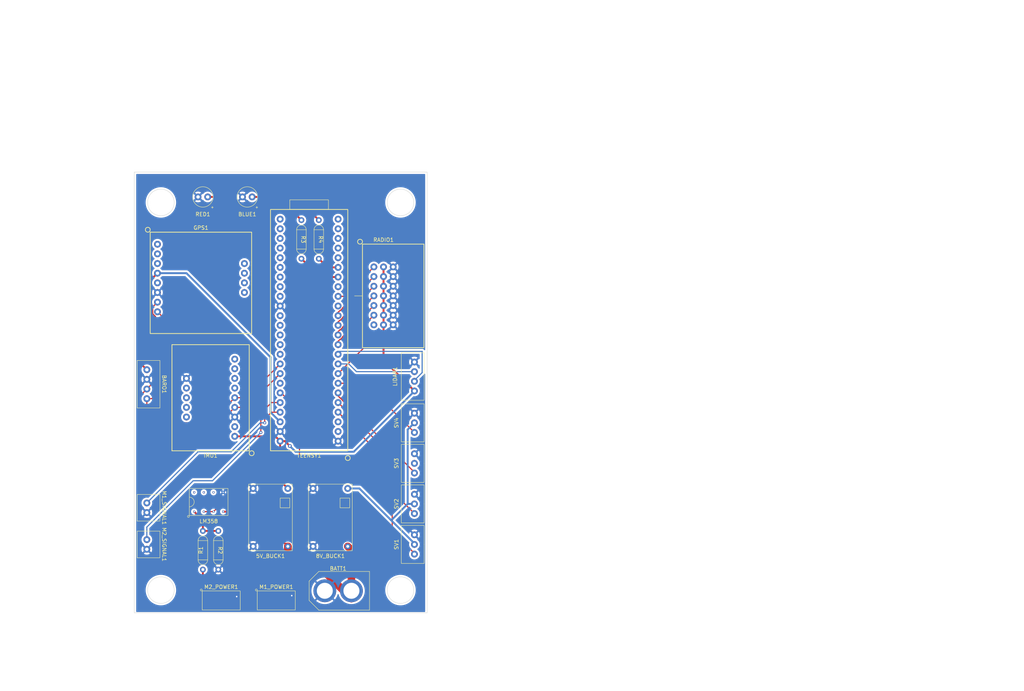
<source format=kicad_pcb>
(kicad_pcb (version 20211014) (generator pcbnew)
  (layers (0 "F.Cu" signal) (31 "B.Cu" power) (34 "B.Paste" user) (35 "F.Paste" user) (36 "B.SilkS" user "B.Silkscreen") (37 "F.SilkS" user "F.Silkscreen") (38 "B.Mask" user) (39 "F.Mask" user) (44 "Edge.Cuts" user))
  (net 0 "")
  (net 1 "/SV1_PWM")
  (net 2 "/SV2_PWM")
  (net 3 "/SV3_PWM")
  (net 4 "/SV4_PWM")
  (net 5 "/CH1")
  (net 6 "/RX2")
  (net 7 "/TX2")
  (net 8 "/CH2")
  (net 9 "/CH3")
  (net 10 "/CH4")
  (net 11 "/CH5")
  (net 12 "/SDA")
  (net 13 "/SCL")
  (net 14 "/RED_LED")
  (net 15 "/BLUE_LED")
  (net 16 "/CH6")
  (net 17 "/BATT_LEVEL")
  (net 18 "GND")
  (net 19 "+5V")
  (net 20 "+3.3V")
  (net 21 "/BATT+")
  (net 22 "+8V")
  (net 23 "Net-(LM358-Pad1)")
  (net 24 "/M1_Signal")
  (net 25 "/M2_Signal")
  (net 26 "Net-(R3-Pad1)")
  (net 27 "Net-(BLUE1-Pad1)")
  (footprint "UserKiCadFootprints:MINI_360" (layer "F.Cu") (at 99.568 150.876 90)
    (fp_text reference "8V_BUCK1" (at -10.16 0 unlocked) (layer "F.SilkS"))
    (fp_text value "MINI-360")
    (fp_rect (start 2.54 2.54) (end 5.08 5.08) (layer "F.SilkS") (width 0.12) (fill none))
    (fp_rect (start 8.75 5.75) (end -8.75 -5.75) (layer "F.SilkS") (width 0.12) (fill none))
    (pad "1" thru_hole circle (at -7.62 4.56 90) (size 1.524 1.524) (drill 0.762) (layers *.Cu *.Mask) (net 21 "/BATT+"))
    (pad "2" thru_hole circle (at -7.62 -4.56 90) (size 1.8 1.8) (drill 0.9) (layers *.Cu *.Mask) (net 18 "GND"))
    (pad "3" thru_hole circle (at 7.62 -4.56 90) (size 1.8 1.8) (drill 0.9) (layers *.Cu *.Mask) (net 18 "GND"))
    (pad "4" thru_hole circle (at 7.62 4.56 90) (size 1.8 1.8) (drill 0.9) (layers *.Cu *.Mask) (net 22 "+8V"))
  )
  (footprint "UserKiCadFootprints:XT60_MOUNT" (layer "F.Cu") (at 101.6 170.18 180)
    (fp_text reference "BATT1" (at 0 5.842 unlocked) (layer "F.SilkS"))
    (fp_text value "LIPO")
    (fp_line (start -8.255 -5.08) (end -8.255 5.08) (layer "F.SilkS") (width 0.12))
    (fp_line (start 5.08 -5.08) (end -8.255 -5.08) (layer "F.SilkS") (width 0.12))
    (fp_line (start 7.62 2.54) (end 5.08 5.08) (layer "F.SilkS") (width 0.12))
    (fp_line (start 7.62 -2.54) (end 5.08 -5.08) (layer "F.SilkS") (width 0.12))
    (fp_line (start -8.255 5.08) (end 5.08 5.08) (layer "F.SilkS") (width 0.12))
    (fp_line (start 7.62 2.54) (end 7.62 -2.54) (layer "F.SilkS") (width 0.12))
    (pad "1" thru_hole circle (at -3.5 0 180) (size 6 6) (drill 4.2) (layers *.Cu *.Mask) (net 21 "/BATT+"))
    (pad "2" thru_hole circle (at 3.5 0 180) (size 6 6) (drill 4.2) (layers *.Cu *.Mask) (net 18 "GND"))
  )
  (footprint "UserKiCadFootprints:pinhole_resistor" (layer "F.Cu") (at 70.104 159.512 -90)
    (fp_text reference "R2" (at 0 -0.5 -90 unlocked) (layer "F.SilkS"))
    (fp_text value "2k")
    (fp_line (start -2.54 1.25) (end 2.54 1.25) (layer "F.SilkS") (width 0.12))
    (fp_line (start 2.54 -1.25) (end 2.54 1.25) (layer "F.SilkS") (width 0.12))
    (fp_line (start -2.54 -1.25) (end 2.54 -1.25) (layer "F.SilkS") (width 0.12))
    (fp_line (start -2.54 -1.25) (end -2.54 1.25) (layer "F.SilkS") (width 0.12))
    (fp_arc (start -2.54 1.25) (mid -3.79 0) (end -2.54 -1.25) (layer "F.SilkS") (width 0.12))
    (fp_arc (start 2.54 -1.25) (mid 3.79 0) (end 2.54 1.25) (layer "F.SilkS") (width 0.12))
    (pad "1" thru_hole circle (at -5.08 0 270) (size 1.524 1.524) (drill 0.762) (layers *.Cu *.Mask) (net 23 "Net-(LM358-Pad1)"))
    (pad "2" thru_hole circle (at 5.08 0 270) (size 1.524 1.524) (drill 0.762) (layers *.Cu *.Mask) (net 18 "GND"))
  )
  (footprint "UserKiCadFootprints:pinhole_resistor" (layer "F.Cu") (at 91.948 77.724 -90)
    (fp_text reference "R3" (at 0 -0.5 -90 unlocked) (layer "F.SilkS"))
    (fp_text value "R")
    (fp_line (start -2.54 -1.25) (end 2.54 -1.25) (layer "F.SilkS") (width 0.12))
    (fp_line (start -2.54 1.25) (end 2.54 1.25) (layer "F.SilkS") (width 0.12))
    (fp_line (start -2.54 -1.25) (end -2.54 1.25) (layer "F.SilkS") (width 0.12))
    (fp_line (start 2.54 -1.25) (end 2.54 1.25) (layer "F.SilkS") (width 0.12))
    (fp_arc (start 2.54 -1.25) (mid 3.79 0) (end 2.54 1.25) (layer "F.SilkS") (width 0.12))
    (fp_arc (start -2.54 1.25) (mid -3.79 0) (end -2.54 -1.25) (layer "F.SilkS") (width 0.12))
    (pad "1" thru_hole circle (at -5.08 0 270) (size 1.524 1.524) (drill 0.762) (layers *.Cu *.Mask) (net 26 "Net-(R3-Pad1)"))
    (pad "2" thru_hole circle (at 5.08 0 270) (size 1.524 1.524) (drill 0.762) (layers *.Cu *.Mask) (net 15 "/BLUE_LED"))
  )
  (footprint "UserKiCadFootprints:MINI_360" (layer "F.Cu") (at 83.82 150.876 90)
    (fp_text reference "5V_BUCK1" (at -10.16 0 unlocked) (layer "F.SilkS"))
    (fp_text value "MINI-360")
    (fp_rect (start 2.54 2.54) (end 5.08 5.08) (layer "F.SilkS") (width 0.12) (fill none))
    (fp_rect (start 8.75 5.75) (end -8.75 -5.75) (layer "F.SilkS") (width 0.12) (fill none))
    (pad "1" thru_hole circle (at -7.62 4.56 90) (size 1.524 1.524) (drill 0.762) (layers *.Cu *.Mask) (net 21 "/BATT+"))
    (pad "2" thru_hole circle (at -7.62 -4.56 90) (size 1.8 1.8) (drill 0.9) (layers *.Cu *.Mask) (net 18 "GND"))
    (pad "3" thru_hole circle (at 7.62 -4.56 90) (size 1.8 1.8) (drill 0.9) (layers *.Cu *.Mask) (net 18 "GND"))
    (pad "4" thru_hole circle (at 7.62 4.56 90) (size 1.8 1.8) (drill 0.9) (layers *.Cu *.Mask) (net 19 "+5V"))
  )
  (footprint "UserKiCadFootprints:JST_XH_2pin" (layer "F.Cu") (at 51.308 157.988 -90)
    (fp_text reference "M2_SIGNAL1" (at 0 -4.572 -90 unlocked) (layer "F.SilkS"))
    (fp_text value "XING2/BL_HELI35A_SIGNAL")
    (fp_rect (start 3.5 2.55) (end -3.5 -3.45) (layer "F.SilkS") (width 0.12) (fill none))
    (pad "1" thru_hole circle (at -1.27 0 270) (size 1.8 1.8) (drill 0.9) (layers *.Cu *.Mask) (net 25 "/M2_Signal"))
    (pad "2" thru_hole circle (at 1.27 0 270) (size 1.8 1.8) (drill 0.9) (layers *.Cu *.Mask) (net 18 "GND"))
  )
  (footprint "UserKiCadFootprints:FS-IA6B" (layer "F.Cu") (at 113.539425 92.583 -90)
    (fp_text reference "RADIO1" (at -14.732 0.001425 unlocked) (layer "F.SilkS"))
    (fp_text value "FS-IA6B")
    (fp_line (start 0 5.54355) (end 0 7.62) (layer "F.SilkS") (width 0.12))
    (fp_rect (start 13.62075 5.54355) (end -13.62075 -10.62355) (layer "F.SilkS") (width 0.2032) (fill none))
    (fp_circle (center -14.25575 6.17855) (end -13.62075 6.17855) (layer "F.SilkS") (width 0.2032) (fill none))
    (pad "1" thru_hole circle (at -7.62 2.54 270) (size 1.8 1.8) (drill 0.9) (layers *.Cu *.Mask) (net 5 "/CH1"))
    (pad "2" thru_hole circle (at -5.08 2.54 270) (size 1.8 1.8) (drill 0.9) (layers *.Cu *.Mask) (net 8 "/CH2"))
    (pad "3" thru_hole circle (at -2.54 2.54 270) (size 1.8 1.8) (drill 0.9) (layers *.Cu *.Mask) (net 9 "/CH3"))
    (pad "4" thru_hole circle (at 0 2.54 270) (size 1.8 1.8) (drill 0.9) (layers *.Cu *.Mask) (net 10 "/CH4"))
    (pad "5" thru_hole circle (at 2.54 2.54 270) (size 1.8 1.8) (drill 0.9) (layers *.Cu *.Mask) (net 11 "/CH5"))
    (pad "6" thru_hole circle (at 5.08 2.54 270) (size 1.8 1.8) (drill 0.9) (layers *.Cu *.Mask) (net 16 "/CH6"))
    (pad "7" thru_hole circle (at 7.62 2.54 270) (size 1.8 1.8) (drill 0.9) (layers *.Cu *.Mask))
    (pad "8" thru_hole circle (at 2.54 0 270) (size 1.8 1.8) (drill 0.9) (layers *.Cu *.Mask) (net 19 "+5V"))
    (pad "8" thru_hole circle (at -7.62 0 270) (size 1.8 1.8) (drill 0.9) (layers *.Cu *.Mask) (net 19 "+5V"))
    (pad "8" thru_hole circle (at 7.62 0 270) (size 1.8 1.8) (drill 0.9) (layers *.Cu *.Mask) (net 19 "+5V"))
    (pad "8" thru_hole circle (at 5.08 0 270) (size 1.8 1.8) (drill 0.9) (layers *.Cu *.Mask) (net 19 "+5V"))
    (pad "8" thru_hole circle (at 0 0 270) (size 1.8 1.8) (drill 0.9) (layers *.Cu *.Mask) (net 19 "+5V"))
    (pad "8" thru_hole circle (at -2.54 0 270) (size 1.8 1.8) (drill 0.9) (layers *.Cu *.Mask) (net 19 "+5V"))
    (pad "8" thru_hole circle (at -5.08 0 270) (size 1.8 1.8) (drill 0.9) (layers *.Cu *.Mask) (net 19 "+5V"))
    (pad "9" thru_hole circle (at 0 -2.54 270) (size 1.8 1.8) (drill 0.9) (layers *.Cu *.Mask) (net 18 "GND"))
    (pad "9" thru_hole circle (at -5.08 -2.54 270) (size 1.8 1.8) (drill 0.9) (layers *.Cu *.Mask) (net 18 "GND"))
    (pad "9" thru_hole circle (at 5.08 -2.54 270) (size 1.8 1.8) (drill 0.9) (layers *.Cu *.Mask) (net 18 "GND"))
    (pad "9" thru_hole circle (at 2.54 -2.54 270) (size 1.8 1.8) (drill 0.9) (layers *.Cu *.Mask) (net 18 "GND"))
    (pad "9" thru_hole circle (at 7.62 -2.54 270) (size 1.8 1.8) (drill 0.9) (layers *.Cu *.Mask) (net 18 "GND"))
    (pad "9" thru_hole circle (at -2.54 -2.54 270) (size 1.8 1.8) (drill 0.9) (layers *.Cu *.Mask) (net 18 "GND"))
    (pad "9" thru_hole circle (at -7.62 -2.54 270) (size 1.8 1.8) (drill 0.9) (layers *.Cu *.Mask) (net 18 "GND"))
  )
  (footprint "UserKiCadFootprints:LM358" (layer "F.Cu") (at 67.564 146.812)
    (fp_text reference "LM358" (at 0 5.08 unlocked) (layer "F.SilkS"))
    (fp_text value "LM358")
    (fp_rect (start -5.08 3.555) (end 5.08 -3.555) (layer "F.SilkS") (width 0.12) (fill none))
    (fp_arc (start -5.08 -1.27) (mid -3.81 0) (end -5.08 1.27) (layer "F.SilkS") (width 0.12))
    (fp_circle (center -5.33 3.805) (end -5.08 3.805) (layer "F.SilkS") (width 0.12) (fill none))
    (pad "1" thru_hole circle (at -3.81 2.54) (size 0.6 0.6) (drill 0.3) (layers *.Mask "F.Cu" "In1.Cu" "B.Cu") (net 23 "Net-(LM358-Pad1)"))
    (pad "2" thru_hole circle (at -1.27 2.54) (size 0.6 0.6) (drill 0.3) (layers *.Mask "F.Cu" "In1.Cu" "B.Cu") (net 17 "/BATT_LEVEL"))
    (pad "3" thru_hole circle (at 1.27 2.54) (size 0.6 0.6) (drill 0.3) (layers *.Mask "F.Cu" "In1.Cu" "B.Cu") (net 17 "/BATT_LEVEL"))
    (pad "4" thru_hole circle (at 3.81 2.54) (size 0.6 0.6) (drill 0.3) (layers *.Mask "F.Cu" "In1.Cu" "B.Cu") (net 21 "/BATT+"))
    (pad "5" thru_hole circle (at 3.81 -2.54) (size 0.6 0.6) (drill 0.3) (layers *.Cu *.Mask) (net 18 "GND"))
    (pad "6" thru_hole circle (at 1.27 -2.54) (size 0.6 0.6) (drill 0.3) (layers *.Cu *.Mask))
    (pad "7" thru_hole circle (at -1.27 -2.54) (size 0.6 0.6) (drill 0.3) (layers *.Cu *.Mask))
    (pad "8" thru_hole circle (at -3.81 -2.54) (size 0.6 0.6) (drill 0.3) (layers *.Cu *.Mask))
  )
  (footprint "UserKiCadFootprints:JST_XH_3pin" (layer "F.Cu") (at 121.666 136.652 90)
    (fp_text reference "SV3" (at 0 -4.722 90 unlocked) (layer "F.SilkS"))
    (fp_text value "X06H_Servo")
    (fp_line (start 0 2.54) (end 0 2.55) (layer "F.SilkS") (width 0.12))
    (fp_rect (start -5 2.55) (end 5 -3.45) (layer "F.SilkS") (width 0.12) (fill none))
    (pad "1" thru_hole circle (at -2.54 0 90) (size 1.8 1.8) (drill 0.9) (layers *.Cu *.Mask) (net 3 "/SV3_PWM"))
    (pad "2" thru_hole circle (at 0 0 90) (size 1.8 1.8) (drill 0.9) (layers *.Cu *.Mask) (net 22 "+8V"))
    (pad "3" thru_hole circle (at 2.54 0 90) (size 1.8 1.8) (drill 0.9) (layers *.Cu *.Mask) (net 18 "GND"))
  )
  (footprint "UserKiCadFootprints:pinhole_resistor" (layer "F.Cu") (at 96.52 77.724 -90)
    (fp_text reference "R4" (at 0 -0.5 -90 unlocked) (layer "F.SilkS"))
    (fp_text value "R")
    (fp_line (start -2.54 -1.25) (end -2.54 1.25) (layer "F.SilkS") (width 0.12))
    (fp_line (start 2.54 -1.25) (end 2.54 1.25) (layer "F.SilkS") (width 0.12))
    (fp_line (start -2.54 -1.25) (end 2.54 -1.25) (layer "F.SilkS") (width 0.12))
    (fp_line (start -2.54 1.25) (end 2.54 1.25) (layer "F.SilkS") (width 0.12))
    (fp_arc (start 2.54 -1.25) (mid 3.79 0) (end 2.54 1.25) (layer "F.SilkS") (width 0.12))
    (fp_arc (start -2.54 1.25) (mid -3.79 0) (end -2.54 -1.25) (layer "F.SilkS") (width 0.12))
    (pad "1" thru_hole circle (at -5.08 0 270) (size 1.524 1.524) (drill 0.762) (layers *.Cu *.Mask) (net 27 "Net-(BLUE1-Pad1)"))
    (pad "2" thru_hole circle (at 5.08 0 270) (size 1.524 1.524) (drill 0.762) (layers *.Cu *.Mask) (net 14 "/RED_LED"))
  )
  (footprint "UserKiCadFootprints:JST_XH_3pin" (layer "F.Cu") (at 121.666 157.988 90)
    (fp_text reference "SV1" (at 0 -4.722 90 unlocked) (layer "F.SilkS"))
    (fp_text value "X06H_Servo")
    (fp_line (start 0 2.54) (end 0 2.55) (layer "F.SilkS") (width 0.12))
    (fp_rect (start -5 2.55) (end 5 -3.45) (layer "F.SilkS") (width 0.12) (fill none))
    (pad "1" thru_hole circle (at -2.54 0 90) (size 1.8 1.8) (drill 0.9) (layers *.Cu *.Mask) (net 1 "/SV1_PWM"))
    (pad "2" thru_hole circle (at 0 0 90) (size 1.8 1.8) (drill 0.9) (layers *.Cu *.Mask) (net 22 "+8V"))
    (pad "3" thru_hole circle (at 2.54 0 90) (size 1.8 1.8) (drill 0.9) (layers *.Cu *.Mask) (net 18 "GND"))
  )
  (footprint "UserKiCadFootprints:JST_XH_3pin" (layer "F.Cu") (at 121.666 147.32 90)
    (fp_text reference "SV2" (at 0 -4.722 90 unlocked) (layer "F.SilkS"))
    (fp_text value "X06H_Servo")
    (fp_line (start 0 2.54) (end 0 2.55) (layer "F.SilkS") (width 0.12))
    (fp_rect (start -5 2.55) (end 5 -3.45) (layer "F.SilkS") (width 0.12) (fill none))
    (pad "1" thru_hole circle (at -2.54 0 90) (size 1.8 1.8) (drill 0.9) (layers *.Cu *.Mask) (net 2 "/SV2_PWM"))
    (pad "2" thru_hole circle (at 0 0 90) (size 1.8 1.8) (drill 0.9) (layers *.Cu *.Mask) (net 22 "+8V"))
    (pad "3" thru_hole circle (at 2.54 0 90) (size 1.8 1.8) (drill 0.9) (layers *.Cu *.Mask) (net 18 "GND"))
  )
  (footprint "UserKiCadFootprints:Teensy4.1" (layer "F.Cu") (at 93.98 101.6 90)
    (fp_text reference "TEENSY1" (at -33.02 0 unlocked) (layer "F.SilkS"))
    (fp_text value "Teensy4.1")
    (fp_rect (start -31.75 10.16) (end 31.75 -10.16) (layer "F.SilkS") (width 0.2032) (fill none))
    (fp_rect (start 31.75 5.08) (end 34.29 -5.08) (layer "F.SilkS") (width 0.12) (fill none))
    (fp_circle (center -33.655 10.16) (end -33.02 10.16) (layer "F.SilkS") (width 0.2032) (fill none))
    (pad "0" thru_hole circle (at -26.67 7.62 90) (size 1.8 1.8) (drill 0.9) (layers *.Cu *.Mask))
    (pad "1" thru_hole circle (at -24.13 7.62 90) (size 1.8 1.8) (drill 0.9) (layers *.Cu *.Mask))
    (pad "2" thru_hole circle (at -21.59 7.62 90) (size 1.8 1.8) (drill 0.9) (layers *.Cu *.Mask) (net 1 "/SV1_PWM"))
    (pad "3" thru_hole circle (at -19.05 7.62 90) (size 1.8 1.8) (drill 0.9) (layers *.Cu *.Mask) (net 2 "/SV2_PWM"))
    (pad "4" thru_hole circle (at -16.51 7.62 90) (size 1.8 1.8) (drill 0.9) (layers *.Cu *.Mask) (net 3 "/SV3_PWM"))
    (pad "5" thru_hole circle (at -13.97 7.62 90) (size 1.8 1.8) (drill 0.9) (layers *.Cu *.Mask) (net 4 "/SV4_PWM"))
    (pad "6" thru_hole circle (at -11.43 7.62 90) (size 1.8 1.8) (drill 0.9) (layers *.Cu *.Mask) (net 16 "/CH6"))
    (pad "7" thru_hole circle (at -8.89 7.62 90) (size 1.8 1.8) (drill 0.9) (layers *.Cu *.Mask) (net 6 "/RX2"))
    (pad "8" thru_hole circle (at -6.35 7.62 90) (size 1.8 1.8) (drill 0.9) (layers *.Cu *.Mask) (net 7 "/TX2"))
    (pad "9" thru_hole circle (at -3.81 7.62 90) (size 1.8 1.8) (drill 0.9) (layers *.Cu *.Mask) (net 11 "/CH5"))
    (pad "10" thru_hole circle (at -1.27 7.62 90) (size 1.8 1.8) (drill 0.9) (layers *.Cu *.Mask) (net 10 "/CH4"))
    (pad "11" thru_hole circle (at 1.27 7.62 90) (size 1.8 1.8) (drill 0.9) (layers *.Cu *.Mask) (net 9 "/CH3"))
    (pad "12" thru_hole circle (at 3.81 7.62 90) (size 1.8 1.8) (drill 0.9) (layers *.Cu *.Mask) (net 8 "/CH2"))
    (pad "13" thru_hole circle (at 3.81 -7.62 90) (size 1.8 1.8) (drill 0.9) (layers *.Cu *.Mask))
    (pad "14" thru_hole circle (at 1.27 -7.62 90) (size 1.8 1.8) (drill 0.9) (layers *.Cu *.Mask))
    (pad "15" thru_hole circle (at -1.27 -7.62 90) (size 1.8 1.8) (drill 0.9) (layers *.Cu *.Mask))
    (pad "16" thru_hole circle (at -3.81 -7.62 90) (size 1.8 1.8) (drill 0.9) (layers *.Cu *.Mask))
    (pad "17" thru_hole circle (at -6.35 -7.62 90) (size 1.8 1.8) (drill 0.9) (layers *.Cu *.Mask))
    (pad "18" thru_hole circle (at -8.89 -7.62 90) (size 1.8 1.8) (drill 0.9) (layers *.Cu *.Mask) (net 12 "/SDA"))
    (pad "19" thru_hole circle (at -11.43 -7.62 90) (size 1.8 1.8) (drill 0.9) (layers *.Cu *.Mask) (net 13 "/SCL"))
    (pad "20" thru_hole circle (at -13.97 -7.62 90) (size 1.8 1.8) (drill 0.9) (layers *.Cu *.Mask))
    (pad "21" thru_hole circle (at -16.51 -7.62 90) (size 1.8 1.8) (drill 0.9) (layers *.Cu *.Mask) (net 17 "/BATT_LEVEL"))
    (pad "22" thru_hole circle (at -19.05 -7.62 90) (size 1.8 1.8) (drill 0.9) (layers *.Cu *.Mask) (net 25 "/M2_Signal"))
    (pad "23" thru_hole circle (at -21.59 -7.62 90) (size 1.8 1.8) (drill 0.9) (layers *.Cu *.Mask) (net 24 "/M1_Signal"))
    (pad "24" thru_hole circle (at 8.89 7.62 90) (size 1.8 1.8) (drill 0.9) (layers *.Cu *.Mask) (net 5 "/CH1"))
    (pad "25" thru_hole circle (at 11.43 7.62 90) (size 1.8 1.8) (drill 0.9) (layers *.Cu *.Mask))
    (pad "26" thru_hole circle (at 13.97 7.62 90) (size 1.8 1.8) (drill 0.9) (layers *.Cu *.Mask) (net 15 "/BLUE_LED"))
    (pad "27" thru_hole circle (at 16.51 7.62 90) (size 1.8 1.8) (drill 0.9) (layers *.Cu *.Mask) (net 14 "/RED_LED"))
    (pad "28" thru_hole circle (at 19.05 7.62 90) (size 1.8 1.8) (drill 0.9) (layers *.Cu *.Mask))
    (pad "29" thru_hole circle (at 21.59 7.62 90) (size 1.8 1.8) (drill 0.9) (layers *.Cu *.Mask))
    (pad "30" thru_hole circle (at 24.13 7.62 90) (size 1.8 1.8) (drill 0.9) (layers *.Cu *.Mask))
    (pad "31" thru_hole circle (at 26.67 7.62 90) (size 1.8 1.8) (drill 0.9) (layers *.Cu *.Mask))
    (pad "32" thru_hole circle (at 29.21 7.62 90) (size 1.8 1.8) (drill 0.9) (layers *.Cu *.Mask))
    (pad "33" thru_hole circle (at 29.21 -7.62 90) (size 1.8 1.8) (drill 0.9) (layers *.Cu *.Mask))
    (pad "34" thru_hole circle (at 26.67 -7.62 90) (size 1.8 1.8) (drill 0.9) (layers *.Cu *.Mask))
    (pad "35" thru_hole circle (at 24.13 -7.62 90) (size 1.8 1.8) (drill 0.9) (layers *.Cu *.Mask))
    (pad "36" thru_hole circle (at 21.59 -7.62 90) (size 1.8 1.8) (drill 0.9) (layers *.Cu *.Mask))
    (pad "37" thru_hole circle (at 19.05 -7.62 90) (size 1.8 1.8) (drill 0.9) (layers *.Cu *.Mask))
    (pad "38" thru_hole circle (at 16.51 -7.62 90) (size 1.8 1.8) (drill 0.9) (layers *.Cu *.Mask))
    (pad "39" thru_hole circle (at 13.97 -7.62 90) (size 1.8 1.8) (drill 0.9) (layers *.Cu *.Mask))
    (pad "40" thru_hole circle (at 11.43 -7.62 90) (size 1.8 1.8) (drill 0.9) (layers *.Cu *.Mask))
    (pad "41" thru_hole circle (at 8.89 -7.62 90) (size 1.8 1.8) (drill 0.9) (layers *.Cu *.Mask))
    (pad "43" thru_hole circle (at -29.21 7.62 90) (size 1.8 1.8) (drill 0.9) (layers *.Cu *.Mask) (net 18 "GND"))
    (pad "44" thru_hole circle (at 6.35 7.62 90) (size 1.8 1.8) (drill 0.9) (layers *.Cu *.Mask))
    (pad "45" thru_hole circle (at -29.21 -7.62 90) (size 1.8 1.8) (drill 0.9) (layers *.Cu *.Mask) (net 19 "+5V"))
    (pad "46" thru_hole circle (at -26.67 -7.62 90) (size 1.8 1.8) (drill 0.9) (layers *.Cu *.Mask) (net 18 "GND"))
    (pad "47" thru_hole circle (at -24.13 -7.62 90) (size 1.8 1.8) (drill 0.9) (layers *.Cu *.Mask) (net 20 "+3.3V"))
    (pad "48" thru_hole circle (at 6.35 -7.62 90) (size 1.8 1.8) (drill 0.9) (layers *.Cu *.Mask) (net 18 "GND"))
  )
  (footprint "UserKiCadFootprints:SparkFun_ZOEM8Q" (layer "F.Cu") (at 65.532 85.344)
    (fp_text reference "GPS1" (at 0 -10.668 unlocked) (layer "F.SilkS"))
    (fp_text value "SparkFun_ZOE-M8Q")
    (fp_rect (start -13.335 -9.525) (end 13.335 17.145) (layer "F.SilkS") (width 0.2032) (fill none))
    (fp_circle (center -13.97 -10.16) (end -13.335 -10.16) (layer "F.SilkS") (width 0.2032) (fill none))
    (pad "1" thru_hole circle (at -11.43 -6.35 270) (size 1.8 1.8) (drill 0.9) (layers *.Cu *.Mask))
    (pad "2" thru_hole circle (at -11.43 -3.81 270) (size 1.8 1.8) (drill 0.9) (layers *.Cu *.Mask))
    (pad "3" thru_hole circle (at -11.43 -1.27 270) (size 1.8 1.8) (drill 0.9) (layers *.Cu *.Mask))
    (pad "4" thru_hole circle (at -11.43 1.27 270) (size 1.8 1.8) (drill 0.9) (layers *.Cu *.Mask) (net 20 "+3.3V"))
    (pad "5" thru_hole circle (at -11.43 3.81 270) (size 1.8 1.8) (drill 0.9) (layers *.Cu *.Mask))
    (pad "6" thru_hole circle (at -11.43 6.35 270) (size 1.8 1.8) (drill 0.9) (layers *.Cu *.Mask) (net 18 "GND"))
    (pad "7" thru_hole circle (at -11.43 8.89 270) (size 1.8 1.8) (drill 0.9) (layers *.Cu *.Mask) (net 13 "/SCL"))
    (pad "8" thru_hole circle (at -11.43 11.43 270) (size 1.8 1.8) (drill 0.9) (layers *.Cu *.Mask) (net 12 "/SDA"))
    (pad "9" thru_hole circle (at 11.43 -1.27 270) (size 1.8 1.8) (drill 0.9) (layers *.Cu *.Mask))
    (pad "10" thru_hole circle (at 11.43 1.27 270) (size 1.8 1.8) (drill 0.9) (layers *.Cu *.Mask))
    (pad "11" thru_hole circle (at 11.43 3.81 270) (size 1.8 1.8) (drill 0.9) (layers *.Cu *.Mask))
    (pad "12" thru_hole circle (at 11.43 6.35 270) (size 1.8 1.8) (drill 0.9) (layers *.Cu *.Mask))
  )
  (footprint "UserKiCadFootprints:JST_XH_4pin" (layer "F.Cu") (at 121.666 113.792 90)
    (fp_text reference "LIDAR1" (at 0 -5.08 90 unlocked) (layer "F.SilkS"))
    (fp_text value "TF_Mini_Plus")
    (fp_rect (start -6.25 2.55) (end 6.25 -3.45) (layer "F.SilkS") (width 0.12) (fill none))
    (pad "1" thru_hole circle (at -3.81 0 90) (size 1.8 1.8) (drill 0.9) (layers *.Cu *.Mask) (net 19 "+5V"))
    (pad "2" thru_hole circle (at -1.27 0 90) (size 1.8 1.8) (drill 0.9) (layers *.Cu *.Mask) (net 7 "/TX2"))
    (pad "3" thru_hole circle (at 1.27 0 90) (size 1.8 1.8) (drill 0.9) (layers *.Cu *.Mask) (net 6 "/RX2"))
    (pad "4" thru_hole circle (at 3.81 0 90) (size 1.8 1.8) (drill 0.9) (layers *.Cu *.Mask) (net 18 "GND"))
  )
  (footprint "UserKiCadFootprints:LED" (layer "F.Cu") (at 66.04 66.548 180)
    (fp_text reference "RED1" (at 0 -4.572 unlocked) (layer "F.SilkS"))
    (fp_text value "LED")
    (fp_line (start -2.75 -2.75) (end -2.25 -2.75) (layer "F.SilkS") (width 0.12))
    (fp_line (start -2.5 -3) (end -2.5 -2.5) (layer "F.SilkS") (width 0.12))
    (fp_circle (center 0 0) (end 2.68 0) (layer "F.SilkS") (width 0.12) (fill none))
    (pad "1" thru_hole circle (at -1.27 0 180) (size 1.8 1.8) (drill 0.9) (layers *.Cu *.Mask) (net 26 "Net-(R3-Pad1)"))
    (pad "2" thru_hole circle (at 1.27 0 180) (size 1.8 1.8) (drill 0.9) (layers *.Cu *.Mask) (net 18 "GND"))
  )
  (footprint "UserKiCadFootprints:pinhole_resistor" (layer "F.Cu") (at 66.04 159.512 90)
    (fp_text reference "R1" (at 0 -0.5 90 unlocked) (layer "F.SilkS"))
    (fp_text value "6k")
    (fp_line (start -2.54 1.25) (end 2.54 1.25) (layer "F.SilkS") (width 0.12))
    (fp_line (start -2.54 -1.25) (end -2.54 1.25) (layer "F.SilkS") (width 0.12))
    (fp_line (start 2.54 -1.25) (end 2.54 1.25) (layer "F.SilkS") (width 0.12))
    (fp_line (start -2.54 -1.25) (end 2.54 -1.25) (layer "F.SilkS") (width 0.12))
    (fp_arc (start 2.54 -1.25) (mid 3.79 0) (end 2.54 1.25) (layer "F.SilkS") (width 0.12))
    (fp_arc (start -2.54 1.25) (mid -3.79 0) (end -2.54 -1.25) (layer "F.SilkS") (width 0.12))
    (pad "1" thru_hole circle (at -5.08 0 90) (size 1.524 1.524) (drill 0.762) (layers *.Cu *.Mask) (net 21 "/BATT+"))
    (pad "2" thru_hole circle (at 5.08 0 90) (size 1.524 1.524) (drill 0.762) (layers *.Cu *.Mask) (net 23 "Net-(LM358-Pad1)"))
  )
  (footprint "UserKiCadFootprints:ISM330DHCX" (layer "F.Cu") (at 68.072 119.38 90)
    (fp_text reference "IMU1" (at -15.24 0 unlocked) (layer "F.SilkS"))
    (fp_text value "ISM330DHCX")
    (fp_rect (start -13.97 -10.16) (end 13.97 10.16) (layer "F.SilkS") (width 0.2032) (fill none))
    (fp_circle (center -14.605 10.795) (end -13.97 10.795) (layer "F.SilkS") (width 0.2032) (fill none))
    (pad "1" thru_hole circle (at -10.16 6.35 90) (size 1.8 1.8) (drill 0.9) (layers *.Cu *.Mask) (net 19 "+5V"))
    (pad "2" thru_hole circle (at -7.62 6.35 90) (size 1.8 1.8) (drill 0.9) (layers *.Cu *.Mask))
    (pad "3" thru_hole circle (at -5.08 6.35 90) (size 1.8 1.8) (drill 0.9) (layers *.Cu *.Mask) (net 18 "GND"))
    (pad "4" thru_hole circle (at -2.54 6.35 90) (size 1.8 1.8) (drill 0.9) (layers *.Cu *.Mask) (net 13 "/SCL"))
    (pad "5" thru_hole circle (at 0 6.35 90) (size 1.8 1.8) (drill 0.9) (layers *.Cu *.Mask) (net 12 "/SDA"))
    (pad "6" thru_hole circle (at 2.54 6.35 90) (size 1.8 1.8) (drill 0.9) (layers *.Cu *.Mask))
    (pad "7" thru_hole circle (at 5.08 6.35 90) (size 1.8 1.8) (drill 0.9) (layers *.Cu *.Mask))
    (pad "8" thru_hole circle (at 7.62 6.35 90) (size 1.8 1.8) (drill 0.9) (layers *.Cu *.Mask))
    (pad "9" thru_hole circle (at 10.16 6.35 90) (size 1.8 1.8) (drill 0.9) (layers *.Cu *.Mask))
    (pad "10" thru_hole circle (at -5.08 -6.35 90) (size 1.8 1.8) (drill 0.9) (layers *.Cu *.Mask))
    (pad "11" thru_hole circle (at -2.54 -6.35 90) (size 1.8 1.8) (drill 0.9) (layers *.Cu *.Mask))
    (pad "12" thru_hole circle (at 0 -6.35 90) (size 1.8 1.8) (drill 0.9) (layers *.Cu *.Mask))
    (pad "13" thru_hole circle (at 2.54 -6.35 90) (size 1.8 1.8) (drill 0.9) (layers *.Cu *.Mask))
    (pad "14" thru_hole circle (at 5.08 -6.35 90) (size 1.8 1.8) (drill 0.9) (layers *.Cu *.Mask) (net 18 "GND"))
  )
  (footprint "UserKiCadFootprints:ESC_POWER" (layer "F.Cu") (at 70.866 172.72)
    (fp_text reference "M2_POWER1" (at 0 -3.556 unlocked) (layer "F.SilkS"))
    (fp_text value "XING2/BL_HELI35A_POWER")
    (fp_rect (start -5 2.5) (end 5 -2.5) (layer "F.SilkS") (width 0.12) (fill none))
    (fp_circle (center -5.25 -2.75) (end -5 -2.75) (layer "F.SilkS") (width 0.12) (fill none))
    (pad "1" smd roundrect (at -2.54 0) (size 2 4) (layers "F.Cu" "F.Paste" "F.Mask") (net 21 "/BATT+"))
    (pad "2" smd roundrect (at 2.54 0) (size 2 4) (layers "F.Cu" "F.Paste" "F.Mask") (net 18 "GND"))
  )
  (footprint "UserKiCadFootprints:JST_XH_2pin" (layer "F.Cu") (at 51.308 148.336 -90)
    (fp_text reference "M1_SIGNAL1" (at 0 -4.572 -90 unlocked) (layer "F.SilkS"))
    (fp_text value "XING2/BL_HELI35A_SIGNAL")
    (fp_rect (start 3.5 2.55) (end -3.5 -3.45) (layer "F.SilkS") (width 0.12) (fill none))
    (pad "1" thru_hole circle (at -1.27 0 270) (size 1.8 1.8) (drill 0.9) (layers *.Cu *.Mask) (net 24 "/M1_Signal"))
    (pad "2" thru_hole circle (at 1.27 0 270) (size 1.8 1.8) (drill 0.9) (layers *.Cu *.Mask) (net 18 "GND"))
  )
  (footprint "UserKiCadFootprints:JST_XH_4pin" (layer "F.Cu") (at 51.308 115.824 -90)
    (fp_text reference "BARO1" (at 0 -4.572 -90 unlocked) (layer "F.SilkS"))
    (fp_text value "GY-BMP280-3.3")
    (fp_rect (start -6.25 2.55) (end 6.25 -3.45) (layer "F.SilkS") (width 0.12) (fill none))
    (pad "1" thru_hole circle (at -3.81 0 270) (size 1.8 1.8) (drill 0.9) (layers *.Cu *.Mask) (net 20 "+3.3V"))
    (pad "2" thru_hole circle (at -1.27 0 270) (size 1.8 1.8) (drill 0.9) (layers *.Cu *.Mask) (net 18 "GND"))
    (pad "3" thru_hole circle (at 1.27 0 270) (size 1.8 1.8) (drill 0.9) (layers *.Cu *.Mask) (net 13 "/SCL"))
    (pad "4" thru_hole circle (at 3.81 0 270) (size 1.8 1.8) (drill 0.9) (layers *.Cu *.Mask) (net 12 "/SDA"))
  )
  (footprint "UserKiCadFootprints:ESC_POWER" (layer "F.Cu") (at 85.344 172.72)
    (fp_text reference "M1_POWER1" (at 0 -3.556 unlocked) (layer "F.SilkS"))
    (fp_text value "XING2/BL_HELI35A_POWER")
    (fp_rect (start -5 2.5) (end 5 -2.5) (layer "F.SilkS") (width 0.12) (fill none))
    (fp_circle (center -5.25 -2.75) (end -5 -2.75) (layer "F.SilkS") (width 0.12) (fill none))
    (pad "1" smd roundrect (at -2.54 0) (size 2 4) (layers "F.Cu" "F.Paste" "F.Mask") (net 21 "/BATT+"))
    (pad "2" smd roundrect (at 2.54 0) (size 2 4) (layers "F.Cu" "F.Paste" "F.Mask") (net 18 "GND"))
  )
  (footprint "UserKiCadFootprints:JST_XH_3pin" (layer "F.Cu") (at 121.666 125.984 90)
    (fp_text reference "SV4" (at 0 -4.722 90 unlocked) (layer "F.SilkS"))
    (fp_text value "X06H_Servo")
    (fp_line (start 0 2.54) (end 0 2.55) (layer "F.SilkS") (width 0.12))
    (fp_rect (start -5 2.55) (end 5 -3.45) (layer "F.SilkS") (width 0.12) (fill none))
    (pad "1" thru_hole circle (at -2.54 0 90) (size 1.8 1.8) (drill 0.9) (layers *.Cu *.Mask) (net 4 "/SV4_PWM"))
    (pad "2" thru_hole circle (at 0 0 90) (size 1.8 1.8) (drill 0.9) (layers *.Cu *.Mask) (net 22 "+8V"))
    (pad "3" thru_hole circle (at 2.54 0 90) (size 1.8 1.8) (drill 0.9) (layers *.Cu *.Mask) (net 18 "GND"))
  )
  (footprint "UserKiCadFootprints:LED" (layer "F.Cu") (at 77.724 66.548 180)
    (fp_text reference "BLUE1" (at 0 -4.572 unlocked) (layer "F.SilkS"))
    (fp_text value "LED")
    (fp_line (start -2.5 -3) (end -2.5 -2.5) (layer "F.SilkS") (width 0.12))
    (fp_line (start -2.75 -2.75) (end -2.25 -2.75) (layer "F.SilkS") (width 0.12))
    (fp_circle (center 0 0) (end 2.68 0) (layer "F.SilkS") (width 0.12) (fill none))
    (pad "1" thru_hole circle (at -1.27 0 180) (size 1.8 1.8) (drill 0.9) (layers *.Cu *.Mask) (net 27 "Net-(BLUE1-Pad1)"))
    (pad "2" thru_hole circle (at 1.27 0 180) (size 1.8 1.8) (drill 0.9) (layers *.Cu *.Mask) (net 18 "GND"))
  )
  (gr_circle (center 118 68) (end 121.5 68) (layer "Edge.Cuts") (width 0.1) (fill none))
  (gr_rect (start 48 176) (end 125 60) (layer "Edge.Cuts") (width 0.1) (fill none))
  (gr_circle (center 118 170) (end 121.5 170) (layer "Edge.Cuts") (width 0.1) (fill none))
  (gr_circle (center 55 170) (end 58.5 170) (layer "Edge.Cuts") (width 0.1) (fill none))
  (gr_circle (center 55 68) (end 58.5 68) (layer "Edge.Cuts") (width 0.1) (fill none))
  (segment (start 115.824 137.414) (end 115.824 154.49) (width 0.3) (layer "F.Cu") (net 1))
  (segment (start 121.666 160.332) (end 121.666 160.528) (width 0.3) (layer "F.Cu") (net 1))
  (segment (start 101.6 123.19) (end 115.824 137.414) (width 0.3) (layer "F.Cu") (net 1))
  (segment (start 121.666 160.528) (end 122.428 160.528) (width 0.3) (layer "F.Cu") (net 1))
  (segment (start 115.824 154.49) (end 121.666 160.332) (width 0.3) (layer "F.Cu") (net 1))
  (segment (start 121.666 149.86) (end 122.428 149.86) (width 0.3) (layer "F.Cu") (net 2))
  (segment (start 117.856 146.05) (end 121.666 149.86) (width 0.3) (layer "F.Cu") (net 2))
  (segment (start 101.6 120.65) (end 117.856 136.906) (width 0.3) (layer "F.Cu") (net 2))
  (segment (start 117.856 136.906) (end 117.856 146.05) (width 0.3) (layer "F.Cu") (net 2))
  (segment (start 121.666 138.996) (end 121.666 139.192) (width 0.3) (layer "F.Cu") (net 3))
  (segment (start 101.6 118.93) (end 102.07 119.4) (width 0.3) (layer "F.Cu") (net 3))
  (segment (start 102.85 120.18) (end 121.666 138.996) (width 0.3) (layer "F.Cu") (net 3))
  (segment (start 102.117767 119.4) (end 102.85 120.132233) (width 0.3) (layer "F.Cu") (net 3))
  (segment (start 101.6 118.11) (end 101.6 118.93) (width 0.3) (layer "F.Cu") (net 3))
  (segment (start 102.07 119.4) (end 102.117767 119.4) (width 0.3) (layer "F.Cu") (net 3))
  (segment (start 102.85 120.132233) (end 102.85 120.18) (width 0.3) (layer "F.Cu") (net 3))
  (segment (start 121.666 139.192) (end 122.428 139.192) (width 0.3) (layer "F.Cu") (net 3))
  (segment (start 108.712 115.57) (end 121.666 128.524) (width 0.3) (layer "F.Cu") (net 4))
  (segment (start 101.6 115.57) (end 108.712 115.57) (width 0.3) (layer "F.Cu") (net 4))
  (segment (start 103.252425 92.71) (end 110.999425 84.963) (width 0.3) (layer "F.Cu") (net 5))
  (segment (start 110.999425 84.963) (end 111.761425 84.963) (width 0.3) (layer "F.Cu") (net 5))
  (segment (start 101.6 92.71) (end 103.252425 92.71) (width 0.3) (layer "F.Cu") (net 5))
  (segment (start 104.394 110.49) (end 106.426 112.522) (width 0.3) (layer "B.Cu") (net 6))
  (segment (start 101.6 110.49) (end 104.394 110.49) (width 0.3) (layer "B.Cu") (net 6))
  (segment (start 106.426 112.522) (end 121.666 112.522) (width 0.3) (layer "B.Cu") (net 6))
  (segment (start 121.666 114.808) (end 121.666 115.062) (width 0.3) (layer "B.Cu") (net 7))
  (segment (start 123.698 112.776) (end 121.666 114.808) (width 0.3) (layer "B.Cu") (net 7))
  (segment (start 101.6 107.188) (end 123.698 107.188) (width 0.3) (layer "B.Cu") (net 7))
  (segment (start 123.698 107.188) (end 123.698 112.776) (width 0.3) (layer "B.Cu") (net 7))
  (segment (start 102.85 95.652425) (end 110.999425 87.503) (width 0.3) (layer "F.Cu") (net 8))
  (segment (start 110.999425 87.503) (end 111.761425 87.503) (width 0.3) (layer "F.Cu") (net 8))
  (segment (start 101.6 97.79) (end 101.6 96.902425) (width 0.3) (layer "F.Cu") (net 8))
  (segment (start 102.002425 96.5) (end 102.117767 96.5) (width 0.3) (layer "F.Cu") (net 8))
  (segment (start 102.85 95.767767) (end 102.85 95.652425) (width 0.3) (layer "F.Cu") (net 8))
  (segment (start 101.6 96.902425) (end 102.002425 96.5) (width 0.3) (layer "F.Cu") (net 8))
  (segment (start 102.117767 96.5) (end 102.85 95.767767) (width 0.3) (layer "F.Cu") (net 8))
  (segment (start 101.6 99.442425) (end 102.002425 99.04) (width 0.3) (layer "F.Cu") (net 9))
  (segment (start 102.85 98.192425) (end 110.999425 90.043) (width 0.3) (layer "F.Cu") (net 9))
  (segment (start 102.117767 99.04) (end 102.85 98.307767) (width 0.3) (layer "F.Cu") (net 9))
  (segment (start 110.999425 90.043) (end 111.761425 90.043) (width 0.3) (layer "F.Cu") (net 9))
  (segment (start 101.6 100.33) (end 101.6 99.442425) (width 0.3) (layer "F.Cu") (net 9))
  (segment (start 102.002425 99.04) (end 102.117767 99.04) (width 0.3) (layer "F.Cu") (net 9))
  (segment (start 102.85 98.307767) (end 102.85 98.192425) (width 0.3) (layer "F.Cu") (net 9))
  (segment (start 102.85 100.847767) (end 102.85 100.732425) (width 0.3) (layer "F.Cu") (net 10))
  (segment (start 102.85 100.732425) (end 110.999425 92.583) (width 0.3) (layer "F.Cu") (net 10))
  (segment (start 101.6 102.87) (end 101.6 101.982425) (width 0.3) (layer "F.Cu") (net 10))
  (segment (start 101.6 101.982425) (end 102.002425 101.58) (width 0.3) (layer "F.Cu") (net 10))
  (segment (start 102.117767 101.58) (end 102.85 100.847767) (width 0.3) (layer "F.Cu") (net 10))
  (segment (start 102.002425 101.58) (end 102.117767 101.58) (width 0.3) (layer "F.Cu") (net 10))
  (segment (start 110.999425 92.583) (end 111.761425 92.583) (width 0.3) (layer "F.Cu") (net 10))
  (segment (start 110.999425 95.123) (end 111.761425 95.123) (width 0.3) (layer "F.Cu") (net 11))
  (segment (start 102.85 103.272425) (end 110.999425 95.123) (width 0.3) (layer "F.Cu") (net 11))
  (segment (start 102.85 103.387767) (end 102.85 103.272425) (width 0.3) (layer "F.Cu") (net 11))
  (segment (start 101.6 105.41) (end 101.6 104.522425) (width 0.3) (layer "F.Cu") (net 11))
  (segment (start 102.002425 104.12) (end 102.117767 104.12) (width 0.3) (layer "F.Cu") (net 11))
  (segment (start 101.6 104.522425) (end 102.002425 104.12) (width 0.3) (layer "F.Cu") (net 11))
  (segment (start 102.117767 104.12) (end 102.85 103.387767) (width 0.3) (layer "F.Cu") (net 11))
  (segment (start 52.578 119.634) (end 51.308 119.634) (width 0.3) (layer "F.Cu") (net 12))
  (segment (start 51.308 119.634) (end 51.308 121.158) (width 0.3) (layer "F.Cu") (net 12))
  (segment (start 54.102 96.774) (end 55.88 98.552) (width 0.3) (layer "F.Cu") (net 12))
  (segment (start 67.818 125.984) (end 74.422 119.38) (width 0.3) (layer "F.Cu") (net 12))
  (segment (start 55.88 116.332) (end 52.578 119.634) (width 0.3) (layer "F.Cu") (net 12))
  (segment (start 51.308 121.158) (end 56.134 125.984) (width 0.3) (layer "F.Cu") (net 12))
  (segment (start 74.422 119.38) (end 77.47 119.38) (width 0.3) (layer "F.Cu") (net 12))
  (segment (start 56.134 125.984) (end 67.818 125.984) (width 0.3) (layer "F.Cu") (net 12))
  (segment (start 55.88 98.552) (end 55.88 116.332) (width 0.3) (layer "F.Cu") (net 12))
  (segment (start 77.47 119.38) (end 86.36 110.49) (width 0.3) (layer "F.Cu") (net 12))
  (segment (start 49.53 118.872) (end 53.594 114.808) (width 0.3) (layer "F.Cu") (net 13))
  (segment (start 77.47 121.92) (end 86.36 113.03) (width 0.3) (layer "F.Cu") (net 13))
  (segment (start 53.594 98.033767) (end 52.852 97.291767) (width 0.3) (layer "F.Cu") (net 13))
  (segment (start 74.422 121.92) (end 77.47 121.92) (width 0.3) (layer "F.Cu") (net 13))
  (segment (start 49.53 123.698) (end 49.53 118.872) (width 0.3) (layer "F.Cu") (net 13))
  (segment (start 52.852 95.484) (end 54.102 94.234) (width 0.3) (layer "F.Cu") (net 13))
  (segment (start 53.34 127.508) (end 49.53 123.698) (width 0.3) (layer "F.Cu") (net 13))
  (segment (start 74.422 121.92) (end 68.834 127.508) (width 0.3) (layer "F.Cu") (net 13))
  (segment (start 68.834 127.508) (end 53.34 127.508) (width 0.3) (layer "F.Cu") (net 13))
  (segment (start 53.594 114.808) (end 53.594 98.033767) (width 0.3) (layer "F.Cu") (net 13))
  (segment (start 52.852 97.291767) (end 52.852 95.484) (width 0.3) (layer "F.Cu") (net 13))
  (segment (start 98.806 85.09) (end 96.52 82.804) (width 0.5) (layer "F.Cu") (net 14))
  (segment (start 101.6 85.09) (end 98.806 85.09) (width 0.5) (layer "F.Cu") (net 14))
  (segment (start 96.774 87.63) (end 91.948 82.804) (width 0.5) (layer "F.Cu") (net 15))
  (segment (start 101.6 87.63) (end 96.774 87.63) (width 0.5) (layer "F.Cu") (net 15))
  (segment (start 101.6 113.03) (end 109.22 105.41) (width 0.3) (layer "F.Cu") (net 16))
  (segment (start 109.22 105.41) (end 109.22 99.442425) (width 0.3) (layer "F.Cu") (net 16))
  (segment (start 109.22 99.442425) (end 110.999425 97.663) (width 0.3) (layer "F.Cu") (net 16))
  (segment (start 110.999425 97.663) (end 111.761425 97.663) (width 0.3) (layer "F.Cu") (net 16))
  (segment (start 91.44 129.54) (end 91.44 122.936) (width 0.3) (layer "F.Cu") (net 17))
  (segment (start 91.44 143.256) (end 87.884 146.812) (width 0.3) (layer "F.Cu") (net 17))
  (segment (start 87.884 146.812) (end 71.374 146.812) (width 0.3) (layer "F.Cu") (net 17))
  (segment (start 86.614 118.11) (end 86.36 118.11) (width 0.3) (layer "F.Cu") (net 17))
  (segment (start 91.44 129.54) (end 91.44 143.256) (width 0.3) (layer "F.Cu") (net 17))
  (segment (start 91.44 122.936) (end 86.614 118.11) (width 0.3) (layer "F.Cu") (net 17))
  (segment (start 66.294 149.352) (end 68.834 149.352) (width 0.3) (layer "F.Cu") (net 17))
  (segment (start 71.374 146.812) (end 68.834 149.352) (width 0.3) (layer "F.Cu") (net 17))
  (segment (start 73.406 172.72) (end 73.914 172.72) (width 0.5) (layer "F.Cu") (net 18))
  (segment (start 73.914 172.72) (end 74.93 171.704) (width 1) (layer "F.Cu") (net 18))
  (segment (start 87.884 172.72) (end 88.138 172.72) (width 0.5) (layer "F.Cu") (net 18))
  (segment (start 88.138 172.72) (end 89.408 171.45) (width 1) (layer "F.Cu") (net 18))
  (via (at 74.93 171.704) (size 0.8) (drill 0.4) (layers "F.Cu" "B.Cu") (net 18))
  (via (at 89.408 171.45) (size 0.8) (drill 0.4) (layers "F.Cu" "B.Cu") (net 18))
  (segment (start 113.539425 109.475425) (end 113.539425 84.963) (width 0.5) (layer "F.Cu") (net 19))
  (segment (start 86.36 130.81) (end 85.09 129.54) (width 0.5) (layer "F.Cu") (net 19))
  (segment (start 86.36 141.236) (end 86.36 130.81) (width 0.5) (layer "F.Cu") (net 19))
  (segment (start 121.666 117.602) (end 113.539425 109.475425) (width 0.5) (layer "F.Cu") (net 19))
  (segment (start 86.36 130.81) (end 87.63 130.81) (width 0.5) (layer "F.Cu") (net 19))
  (segment (start 88.38 143.256) (end 86.36 141.236) (width 0.5) (layer "F.Cu") (net 19))
  (segment (start 87.63 130.81) (end 88.9 132.08) (width 0.5) (layer "F.Cu") (net 19))
  (segment (start 85.09 129.54) (end 74.422 129.54) (width 0.5) (layer "F.Cu") (net 19))
  (segment (start 121.862 117.602) (end 121.666 117.602) (width 0.5) (layer "F.Cu") (net 19))
  (via (at 88.9 132.08) (size 1) (drill 0.5) (layers "F.Cu" "B.Cu") (net 19))
  (segment (start 121.715 117.602) (end 121.862 117.602) (width 0.5) (layer "B.Cu") (net 19))
  (segment (start 105.713 133.604) (end 121.715 117.602) (width 0.5) (layer "B.Cu") (net 19))
  (segment (start 90.424 133.604) (end 105.713 133.604) (width 0.5) (layer "B.Cu") (net 19))
  (segment (start 88.9 132.08) (end 90.424 133.604) (width 0.5) (layer "B.Cu") (net 19))
  (segment (start 51.308 112.014) (end 49.784 110.49) (width 0.5) (layer "F.Cu") (net 20))
  (segment (start 49.784 110.49) (end 49.784 90.932) (width 0.5) (layer "F.Cu") (net 20))
  (segment (start 49.784 90.932) (end 54.102 86.614) (width 0.5) (layer "F.Cu") (net 20))
  (segment (start 61.722 86.614) (end 83.82 108.712) (width 0.5) (layer "B.Cu") (net 20))
  (segment (start 83.82 108.712) (end 83.82 123.19) (width 0.5) (layer "B.Cu") (net 20))
  (segment (start 54.102 86.614) (end 61.722 86.614) (width 0.5) (layer "B.Cu") (net 20))
  (segment (start 83.82 123.19) (end 86.36 125.73) (width 0.5) (layer "B.Cu") (net 20))
  (segment (start 66.04 170.434) (end 66.04 164.592) (width 0.5) (layer "F.Cu") (net 21))
  (segment (start 88.38 165.088) (end 88.392 165.1) (width 2) (layer "F.Cu") (net 21))
  (segment (start 88.392 165.1) (end 88.392 158.508) (width 2) (layer "F.Cu") (net 21))
  (segment (start 71.374 149.352) (end 79.236 149.352) (width 0.5) (layer "F.Cu") (net 21))
  (segment (start 68.326 172.72) (end 66.04 170.434) (width 0.5) (layer "F.Cu") (net 21))
  (segment (start 75.946 165.1) (end 88.392 165.1) (width 2) (layer "F.Cu") (net 21))
  (segment (start 88.392 158.508) (end 88.38 158.496) (width 2) (layer "F.Cu") (net 21))
  (segment (start 79.236 149.352) (end 88.38 158.496) (width 0.5) (layer "F.Cu") (net 21))
  (segment (start 88.392 165.1) (end 97.988 165.1) (width 2) (layer "F.Cu") (net 21))
  (segment (start 97.988 165.1) (end 105.1 172.212) (width 2) (layer "F.Cu") (net 21))
  (segment (start 105.1 172.212) (end 105.1 159.468) (width 2) (layer "F.Cu") (net 21))
  (segment (start 68.326 172.72) (end 75.946 165.1) (width 2) (layer "F.Cu") (net 21))
  (segment (start 105.1 159.468) (end 104.128 158.496) (width 2) (layer "F.Cu") (net 21))
  (segment (start 88.38 158.496) (end 88.38 165.088) (width 2) (layer "F.Cu") (net 21))
  (segment (start 121.666 157.734) (end 121.666 157.988) (width 0.5) (layer "B.Cu") (net 22))
  (segment (start 107.188 143.256) (end 115.57 151.638) (width 0.5) (layer "B.Cu") (net 22))
  (segment (start 115.316 151.384) (end 121.666 157.734) (width 0.5) (layer "B.Cu") (net 22))
  (segment (start 119.888 147.32) (end 119.888 127.762) (width 0.5) (layer "B.Cu") (net 22))
  (segment (start 119.888 127.762) (end 121.666 125.984) (width 0.5) (layer "B.Cu") (net 22))
  (segment (start 115.57 151.638) (end 115.824 151.384) (width 0.5) (layer "B.Cu") (net 22))
  (segment (start 119.888 147.32) (end 121.862 147.32) (width 0.5) (layer "B.Cu") (net 22))
  (segment (start 115.824 151.384) (end 119.888 147.32) (width 0.5) (layer "B.Cu") (net 22))
  (segment (start 104.128 143.256) (end 107.188 143.256) (width 0.5) (layer "B.Cu") (net 22))
  (segment (start 66.04 151.638) (end 63.754 149.352) (width 0.5) (layer "F.Cu") (net 23))
  (segment (start 66.04 154.432) (end 70.104 154.432) (width 0.5) (layer "F.Cu") (net 23))
  (segment (start 66.04 154.432) (end 66.04 151.638) (width 0.5) (layer "F.Cu") (net 23))
  (segment (start 82.296 125.984) (end 82.296 124.968) (width 0.3) (layer "F.Cu") (net 24))
  (segment (start 84.074 123.19) (end 86.36 123.19) (width 0.3) (layer "F.Cu") (net 24))
  (segment (start 82.296 124.968) (end 84.074 123.19) (width 0.3) (layer "F.Cu") (net 24))
  (via (at 82.296 125.984) (size 0.8) (drill 0.4) (layers "F.Cu" "B.Cu") (net 24))
  (segment (start 81.122761 125.984) (end 73.502761 133.604) (width 0.3) (layer "B.Cu") (net 24))
  (segment (start 73.502761 133.604) (end 64.77 133.604) (width 0.3) (layer "B.Cu") (net 24))
  (segment (start 64.77 133.604) (end 51.308 147.066) (width 0.3) (layer "B.Cu") (net 24))
  (segment (start 82.296 125.984) (end 81.122761 125.984) (width 0.3) (layer "B.Cu") (net 24))
  (segment (start 81.28 128.524) (end 81.28 123.444) (width 0.3) (layer "F.Cu") (net 25))
  (segment (start 84.074 120.65) (end 86.36 120.65) (width 0.3) (layer "F.Cu") (net 25))
  (segment (start 81.28 123.444) (end 84.074 120.65) (width 0.3) (layer "F.Cu") (net 25))
  (via (at 81.28 128.524) (size 0.8) (drill 0.4) (layers "F.Cu" "B.Cu") (net 25))
  (segment (start 63.5 141.224) (end 51.308 153.416) (width 0.3) (layer "B.Cu") (net 25))
  (segment (start 51.308 153.416) (end 51.308 156.718) (width 0.3) (layer "B.Cu") (net 25))
  (segment (start 68.58 141.224) (end 63.5 141.224) (width 0.3) (layer "B.Cu") (net 25))
  (segment (start 81.28 128.524) (end 68.58 141.224) (width 0.3) (layer "B.Cu") (net 25))
  (segment (start 67.31 66.548) (end 71.12 66.548) (width 0.5) (layer "F.Cu") (net 26))
  (segment (start 74.676 70.104) (end 89.408 70.104) (width 0.5) (layer "F.Cu") (net 26))
  (segment (start 89.408 70.104) (end 91.948 72.644) (width 0.5) (layer "F.Cu") (net 26))
  (segment (start 71.12 66.548) (end 74.676 70.104) (width 0.5) (layer "F.Cu") (net 26))
  (segment (start 90.424 66.548) (end 96.52 72.644) (width 0.5) (layer "F.Cu") (net 27))
  (segment (start 78.994 66.548) (end 90.424 66.548) (width 0.5) (layer "F.Cu") (net 27))
  (zone (net 18) (net_name "GND") (layer "B.Cu") (connect_pads (clearance 0.508)) (min_thickness 0.254) (fill yes (thermal_gap 0.508) (thermal_bridge_width 0.508))
    (polygon (pts (xy 280.416 194.564) (xy 147.828 195.072) (xy 12.7 196.596) (xy 13.208 15.24) (xy 281.94 14.732)))
  )
)
</source>
